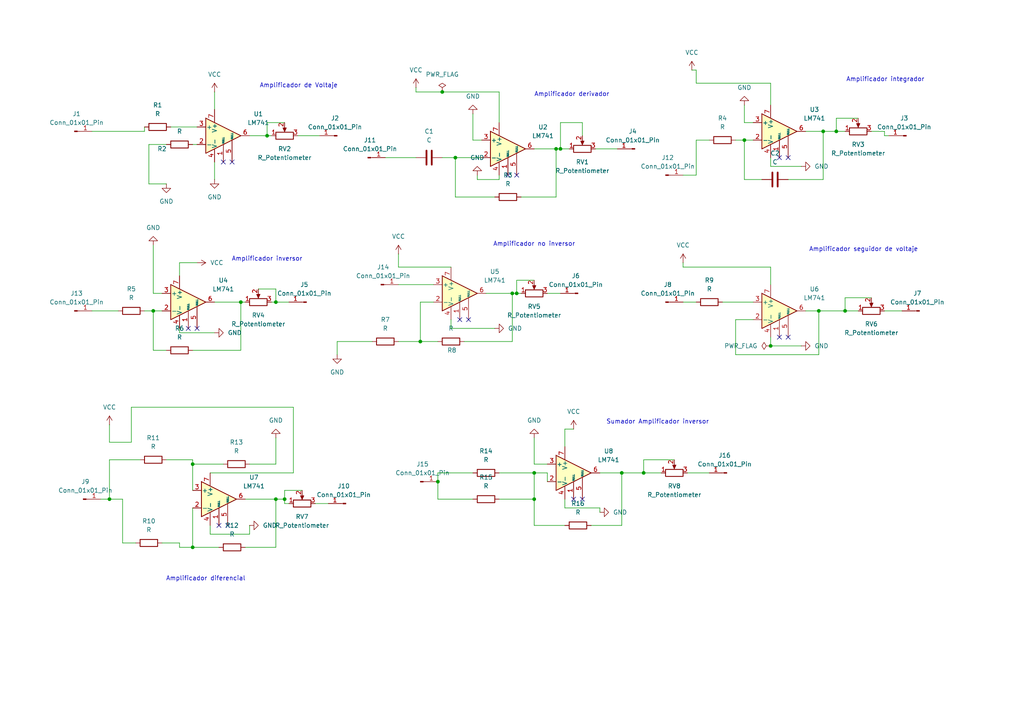
<source format=kicad_sch>
(kicad_sch (version 20231120) (generator "eeschema") (generator_version "8.0")
  (paper "A4")
  (lib_symbols
    (symbol "Amplifier_Operational:LM741" (pin_names (offset 0.127))
      (property "Reference" "U" (at 0 6.35 0))
      (property "Value" "LM741" (at 0 3.81 0))
      (symbol "LM741_0_1"
        (polyline (pts (xy -5.08 5.08) (xy 5.08 0) (xy -5.08 -5.08) (xy -5.08 5.08)) (stroke (width 0.254)) (fill (type background)))
      )
      (symbol "LM741_1_1"
        (pin input line (at 0 -7.62 90) (length 5.08) (name "NULL") (number "1"))
        (pin input line (at -7.62 -2.54 0) (length 2.54) (name "-") (number "2"))
        (pin input line (at -7.62 2.54 0) (length 2.54) (name "+") (number "3"))
        (pin power_in line (at -2.54 -7.62 90) (length 3.81) (name "V-") (number "4"))
        (pin input line (at 2.54 -7.62 90) (length 6.35) (name "NULL") (number "5"))
        (pin output line (at 7.62 0 180) (length 2.54) (name "~") (number "6"))
        (pin power_in line (at -2.54 7.62 270) (length 3.81) (name "V+") (number "7"))
        (pin no_connect line (at 0 2.54 270) (length 2.54) hide (name "NC") (number "8"))
      )
    )
    (symbol "Connector:Conn_01x01_Pin" (pin_names (offset 1.016) hide)
      (property "Reference" "J" (at 0 2.54 0))
      (property "Value" "Conn_01x01_Pin" (at 0 -2.54 0))
      (symbol "Conn_01x01_Pin_1_1"
        (polyline (pts (xy 1.27 0) (xy 0.8636 0)) (stroke (width 0.1524)))
        (rectangle (start 0.8636 0.127) (end 0 -0.127) (stroke (width 0.1524)) (fill (type outline)))
        (pin passive line (at 5.08 0 180) (length 3.81) (name "Pin_1") (number "1"))
      )
    )
    (symbol "Device:C" (pin_numbers hide) (pin_names (offset 0.254))
      (property "Reference" "C" (at 0.635 2.54 0))
      (property "Value" "C" (at 0.635 -2.54 0))
      (symbol "C_0_1"
        (polyline (pts (xy -2.032 -0.762) (xy 2.032 -0.762)) (stroke (width 0.508)))
        (polyline (pts (xy -2.032 0.762) (xy 2.032 0.762)) (stroke (width 0.508)))
      )
      (symbol "C_1_1"
        (pin passive line (at 0 3.81 270) (length 2.794) (name "~") (number "1"))
        (pin passive line (at 0 -3.81 90) (length 2.794) (name "~") (number "2"))
      )
    )
    (symbol "Device:R" (pin_numbers hide) (pin_names (offset 0))
      (property "Reference" "R" (at 2.032 0 90))
      (property "Value" "R" (at 0 0 90))
      (symbol "R_0_1"
        (rectangle (start -1.016 -2.54) (end 1.016 2.54) (stroke (width 0.254)))
      )
      (symbol "R_1_1"
        (pin passive line (at 0 3.81 270) (length 1.27) (name "~") (number "1"))
        (pin passive line (at 0 -3.81 90) (length 1.27) (name "~") (number "2"))
      )
    )
    (symbol "Device:R_Potentiometer" (pin_names (offset 1.016) hide)
      (property "Reference" "RV" (at -4.445 0 90))
      (property "Value" "R_Potentiometer" (at -2.54 0 90))
      (symbol "R_Potentiometer_0_1"
        (polyline (pts (xy 2.54 0) (xy 1.524 0)))
        (polyline (pts (xy 1.143 0) (xy 2.286 0.508) (xy 2.286 -0.508) (xy 1.143 0)) (fill (type outline)))
        (rectangle (start 1.016 2.54) (end -1.016 -2.54) (stroke (width 0.254)))
      )
      (symbol "R_Potentiometer_1_1"
        (pin passive line (at 0 3.81 270) (length 1.27) (name "1") (number "1"))
        (pin passive line (at 3.81 0 180) (length 1.27) (name "2") (number "2"))
        (pin passive line (at 0 -3.81 90) (length 1.27) (name "3") (number "3"))
      )
    )
    (symbol "power:GND" (power) (pin_numbers hide) (pin_names (offset 0) hide)
      (property "Value" "GND" (at 0 -3.81 0))
      (symbol "GND_0_1"
        (polyline (pts (xy 0 0) (xy 0 -1.27) (xy 1.27 -1.27) (xy 0 -2.54) (xy -1.27 -1.27) (xy 0 -1.27)))
      )
      (symbol "GND_1_1"
        (pin power_in line (at 0 0 270) (length 0) (name "~") (number "1"))
      )
    )
    (symbol "power:PWR_FLAG" (power) (pin_numbers hide) (pin_names (offset 0) hide)
      (property "Value" "PWR_FLAG" (at 0 3.81 0))
      (symbol "PWR_FLAG_0_0"
        (pin power_out line (at 0 0 90) (length 0) (name "~") (number "1"))
      )
      (symbol "PWR_FLAG_0_1"
        (polyline (pts (xy 0 0) (xy 0 1.27) (xy -1.016 1.905) (xy 0 2.54) (xy 1.016 1.905) (xy 0 1.27)))
      )
    )
    (symbol "power:VCC" (power) (pin_numbers hide) (pin_names (offset 0) hide)
      (property "Value" "VCC" (at 0 3.556 0))
      (symbol "VCC_0_1"
        (polyline (pts (xy -0.762 1.27) (xy 0 2.54)))
        (polyline (pts (xy 0 0) (xy 0 2.54)))
        (polyline (pts (xy 0 2.54) (xy 0.762 1.27)))
      )
      (symbol "VCC_1_1"
        (pin power_in line (at 0 0 90) (length 0) (name "~") (number "1"))
      )
    )
  )
  (junction (at 215.9 40.64))
  (junction (at 154.94 137.16))
  (junction (at 242.57 38.1))
  (junction (at 55.88 134.62))
  (junction (at 77.47 39.37))
  (junction (at 245.11 90.17))
  (junction (at 121.92 99.06))
  (junction (at 186.69 137.16))
  (junction (at 238.76 38.1))
  (junction (at 149.86 85.09))
  (junction (at 82.55 144.78))
  (junction (at 162.56 43.18))
  (junction (at 31.75 144.78))
  (junction (at 44.45 90.17))
  (junction (at 154.94 144.78))
  (junction (at 180.34 137.16))
  (junction (at 80.01 144.78))
  (junction (at 128.27 26.67))
  (junction (at 132.08 45.72))
  (junction (at 80.01 87.63))
  (junction (at 127 139.7))
  (junction (at 237.49 90.17))
  (junction (at 161.29 43.18))
  (junction (at 55.88 158.75))
  (junction (at 148.59 85.09))
  (junction (at 223.52 100.33))
  (junction (at 69.85 87.63))
  (no_connect (at 228.6 45.72))
  (no_connect (at 226.06 97.79))
  (no_connect (at 168.91 144.78))
  (no_connect (at 226.06 45.72))
  (no_connect (at 147.32 50.8))
  (no_connect (at 67.31 46.99))
  (no_connect (at 64.77 46.99))
  (no_connect (at 166.37 144.78))
  (no_connect (at 133.35 92.71))
  (no_connect (at 66.04 152.4))
  (no_connect (at 63.5 152.4))
  (no_connect (at 228.6 97.79))
  (no_connect (at 54.61 95.25))
  (no_connect (at 135.89 92.71))
  (no_connect (at 149.86 50.8))
  (no_connect (at 57.15 95.25))
  (wire (pts (xy 26.67 90.17) (xy 34.29 90.17)))
  (wire (pts (xy 52.07 76.2) (xy 57.15 76.2)))
  (wire (pts (xy 213.36 92.71) (xy 213.36 102.87)))
  (wire (pts (xy 144.78 144.78) (xy 154.94 144.78)))
  (wire (pts (xy 80.01 87.63) (xy 83.82 87.63)))
  (wire (pts (xy 162.56 43.18) (xy 165.1 43.18)))
  (wire (pts (xy 154.94 137.16) (xy 154.94 144.78)))
  (wire (pts (xy 72.39 134.62) (xy 80.01 134.62)))
  (wire (pts (xy 171.45 152.4) (xy 180.34 152.4)))
  (wire (pts (xy 97.79 99.06) (xy 107.95 99.06)))
  (wire (pts (xy 158.75 137.16) (xy 158.75 139.7)))
  (wire (pts (xy 55.88 133.35) (xy 48.26 133.35)))
  (wire (pts (xy 128.27 45.72) (xy 132.08 45.72)))
  (wire (pts (xy 82.55 142.24) (xy 82.55 144.78)))
  (wire (pts (xy 180.34 152.4) (xy 180.34 137.16)))
  (wire (pts (xy 238.76 38.1) (xy 233.68 38.1)))
  (wire (pts (xy 223.52 24.13) (xy 201.93 24.13)))
  (wire (pts (xy 223.52 45.72) (xy 223.52 48.26)))
  (wire (pts (xy 80.01 134.62) (xy 80.01 127)))
  (wire (pts (xy 223.52 97.79) (xy 223.52 100.33)))
  (wire (pts (xy 125.73 82.55) (xy 115.57 82.55)))
  (wire (pts (xy 162.56 35.56) (xy 162.56 43.18)))
  (wire (pts (xy 220.98 52.07) (xy 215.9 52.07)))
  (wire (pts (xy 149.86 81.28) (xy 149.86 85.09)))
  (wire (pts (xy 173.99 147.32) (xy 173.99 148.59)))
  (wire (pts (xy 213.36 102.87) (xy 237.49 102.87)))
  (wire (pts (xy 41.91 90.17) (xy 44.45 90.17)))
  (wire (pts (xy 223.52 100.33) (xy 232.41 100.33)))
  (wire (pts (xy 158.75 134.62) (xy 154.94 134.62)))
  (wire (pts (xy 242.57 38.1) (xy 245.11 38.1)))
  (wire (pts (xy 120.65 26.67) (xy 120.65 25.4)))
  (wire (pts (xy 85.09 118.11) (xy 38.1 118.11)))
  (wire (pts (xy 144.78 50.8) (xy 144.78 52.07)))
  (wire (pts (xy 72.39 39.37) (xy 77.47 39.37)))
  (wire (pts (xy 140.97 85.09) (xy 148.59 85.09)))
  (wire (pts (xy 60.96 152.4) (xy 60.96 154.94)))
  (wire (pts (xy 218.44 92.71) (xy 213.36 92.71)))
  (wire (pts (xy 82.55 144.78) (xy 80.01 144.78)))
  (wire (pts (xy 201.93 20.32) (xy 200.66 20.32)))
  (wire (pts (xy 139.7 40.64) (xy 137.16 40.64)))
  (wire (pts (xy 238.76 38.1) (xy 242.57 38.1)))
  (wire (pts (xy 60.96 137.16) (xy 85.09 137.16)))
  (wire (pts (xy 71.12 158.75) (xy 80.01 158.75)))
  (wire (pts (xy 132.08 45.72) (xy 139.7 45.72)))
  (wire (pts (xy 163.83 152.4) (xy 154.94 152.4)))
  (wire (pts (xy 55.88 134.62) (xy 55.88 142.24)))
  (wire (pts (xy 148.59 85.09) (xy 148.59 99.06)))
  (wire (pts (xy 31.75 123.19) (xy 31.75 128.27)))
  (wire (pts (xy 144.78 35.56) (xy 144.78 26.67)))
  (wire (pts (xy 52.07 96.52) (xy 52.07 95.25)))
  (wire (pts (xy 62.23 26.67) (xy 62.23 31.75)))
  (wire (pts (xy 237.49 90.17) (xy 245.11 90.17)))
  (wire (pts (xy 132.08 57.15) (xy 132.08 45.72)))
  (wire (pts (xy 154.94 43.18) (xy 161.29 43.18)))
  (wire (pts (xy 43.18 41.91) (xy 48.26 41.91)))
  (wire (pts (xy 161.29 43.18) (xy 162.56 43.18)))
  (wire (pts (xy 62.23 46.99) (xy 62.23 52.07)))
  (wire (pts (xy 154.94 81.28) (xy 149.86 81.28)))
  (wire (pts (xy 138.43 50.8) (xy 138.43 52.07)))
  (wire (pts (xy 186.69 137.16) (xy 191.77 137.16)))
  (wire (pts (xy 256.54 90.17) (xy 261.62 90.17)))
  (wire (pts (xy 55.88 101.6) (xy 69.85 101.6)))
  (wire (pts (xy 115.57 99.06) (xy 121.92 99.06)))
  (wire (pts (xy 198.12 50.8) (xy 201.93 50.8)))
  (wire (pts (xy 256.54 38.1) (xy 252.73 38.1)))
  (wire (pts (xy 127 137.16) (xy 127 139.7)))
  (wire (pts (xy 80.01 83.82) (xy 80.01 87.63)))
  (wire (pts (xy 74.93 83.82) (xy 80.01 83.82)))
  (wire (pts (xy 48.26 101.6) (xy 44.45 101.6)))
  (wire (pts (xy 69.85 87.63) (xy 62.23 87.63)))
  (wire (pts (xy 63.5 158.75) (xy 55.88 158.75)))
  (wire (pts (xy 49.53 36.83) (xy 57.15 36.83)))
  (wire (pts (xy 91.44 146.05) (xy 95.25 146.05)))
  (wire (pts (xy 137.16 40.64) (xy 137.16 33.02)))
  (wire (pts (xy 149.86 85.09) (xy 151.13 85.09)))
  (wire (pts (xy 44.45 101.6) (xy 44.45 90.17)))
  (wire (pts (xy 223.52 30.48) (xy 223.52 24.13)))
  (wire (pts (xy 199.39 137.16) (xy 205.74 137.16)))
  (wire (pts (xy 80.01 144.78) (xy 80.01 158.75)))
  (wire (pts (xy 256.54 39.37) (xy 256.54 38.1)))
  (wire (pts (xy 245.11 86.36) (xy 245.11 90.17)))
  (wire (pts (xy 163.83 144.78) (xy 163.83 147.32)))
  (wire (pts (xy 43.18 41.91) (xy 43.18 53.34)))
  (wire (pts (xy 233.68 90.17) (xy 237.49 90.17)))
  (wire (pts (xy 163.83 129.54) (xy 163.83 124.46)))
  (wire (pts (xy 64.77 134.62) (xy 55.88 134.62)))
  (wire (pts (xy 26.67 38.1) (xy 41.91 38.1)))
  (wire (pts (xy 111.76 45.72) (xy 120.65 45.72)))
  (wire (pts (xy 215.9 40.64) (xy 218.44 40.64)))
  (wire (pts (xy 161.29 57.15) (xy 161.29 43.18)))
  (wire (pts (xy 97.79 102.87) (xy 97.79 99.06)))
  (wire (pts (xy 237.49 90.17) (xy 237.49 102.87)))
  (wire (pts (xy 62.23 96.52) (xy 52.07 96.52)))
  (wire (pts (xy 55.88 133.35) (xy 55.88 134.62)))
  (wire (pts (xy 134.62 99.06) (xy 148.59 99.06)))
  (wire (pts (xy 223.52 77.47) (xy 198.12 77.47)))
  (wire (pts (xy 77.47 39.37) (xy 78.74 39.37)))
  (wire (pts (xy 85.09 137.16) (xy 85.09 118.11)))
  (wire (pts (xy 130.81 77.47) (xy 115.57 77.47)))
  (wire (pts (xy 201.93 24.13) (xy 201.93 20.32)))
  (wire (pts (xy 168.91 39.37) (xy 168.91 35.56)))
  (wire (pts (xy 38.1 118.11) (xy 38.1 128.27)))
  (wire (pts (xy 144.78 137.16) (xy 154.94 137.16)))
  (wire (pts (xy 69.85 87.63) (xy 71.12 87.63)))
  (wire (pts (xy 198.12 77.47) (xy 198.12 76.2)))
  (wire (pts (xy 52.07 80.01) (xy 52.07 76.2)))
  (wire (pts (xy 86.36 39.37) (xy 92.71 39.37)))
  (wire (pts (xy 128.27 26.67) (xy 144.78 26.67)))
  (wire (pts (xy 121.92 99.06) (xy 127 99.06)))
  (wire (pts (xy 69.85 101.6) (xy 69.85 87.63)))
  (wire (pts (xy 215.9 35.56) (xy 215.9 30.48)))
  (wire (pts (xy 137.16 144.78) (xy 127 144.78)))
  (wire (pts (xy 46.99 85.09) (xy 44.45 85.09)))
  (wire (pts (xy 44.45 71.12) (xy 44.45 85.09)))
  (wire (pts (xy 52.07 158.75) (xy 52.07 157.48)))
  (wire (pts (xy 40.64 133.35) (xy 31.75 133.35)))
  (wire (pts (xy 245.11 90.17) (xy 248.92 90.17)))
  (wire (pts (xy 130.81 95.25) (xy 143.51 95.25)))
  (wire (pts (xy 55.88 158.75) (xy 52.07 158.75)))
  (wire (pts (xy 168.91 35.56) (xy 162.56 35.56)))
  (wire (pts (xy 38.1 128.27) (xy 31.75 128.27)))
  (wire (pts (xy 55.88 41.91) (xy 57.15 41.91)))
  (wire (pts (xy 223.52 82.55) (xy 223.52 77.47)))
  (wire (pts (xy 31.75 144.78) (xy 29.21 144.78)))
  (wire (pts (xy 60.96 154.94) (xy 72.39 154.94)))
  (wire (pts (xy 120.65 26.67) (xy 128.27 26.67)))
  (wire (pts (xy 163.83 147.32) (xy 173.99 147.32)))
  (wire (pts (xy 248.92 34.29) (xy 242.57 34.29)))
  (wire (pts (xy 82.55 146.05) (xy 82.55 144.78)))
  (wire (pts (xy 55.88 147.32) (xy 55.88 158.75)))
  (wire (pts (xy 252.73 86.36) (xy 245.11 86.36)))
  (wire (pts (xy 130.81 92.71) (xy 130.81 95.25)))
  (wire (pts (xy 78.74 87.63) (xy 80.01 87.63)))
  (wire (pts (xy 195.58 133.35) (xy 186.69 133.35)))
  (wire (pts (xy 154.94 152.4) (xy 154.94 144.78)))
  (wire (pts (xy 209.55 87.63) (xy 218.44 87.63)))
  (wire (pts (xy 144.78 52.07) (xy 138.43 52.07)))
  (wire (pts (xy 125.73 87.63) (xy 121.92 87.63)))
  (wire (pts (xy 77.47 35.56) (xy 77.47 39.37)))
  (wire (pts (xy 242.57 34.29) (xy 242.57 38.1)))
  (wire (pts (xy 213.36 40.64) (xy 215.9 40.64)))
  (wire (pts (xy 35.56 157.48) (xy 35.56 144.78)))
  (wire (pts (xy 41.91 38.1) (xy 41.91 36.83)))
  (wire (pts (xy 154.94 134.62) (xy 154.94 127)))
  (wire (pts (xy 186.69 133.35) (xy 186.69 137.16)))
  (wire (pts (xy 154.94 137.16) (xy 158.75 137.16)))
  (wire (pts (xy 31.75 133.35) (xy 31.75 144.78)))
  (wire (pts (xy 35.56 157.48) (xy 39.37 157.48)))
  (wire (pts (xy 238.76 52.07) (xy 238.76 38.1)))
  (wire (pts (xy 257.81 39.37) (xy 256.54 39.37)))
  (wire (pts (xy 228.6 52.07) (xy 238.76 52.07)))
  (wire (pts (xy 80.01 144.78) (xy 71.12 144.78)))
  (wire (pts (xy 82.55 35.56) (xy 77.47 35.56)))
  (wire (pts (xy 158.75 85.09) (xy 162.56 85.09)))
  (wire (pts (xy 35.56 144.78) (xy 31.75 144.78)))
  (wire (pts (xy 172.72 43.18) (xy 179.07 43.18)))
  (wire (pts (xy 180.34 137.16) (xy 186.69 137.16)))
  (wire (pts (xy 115.57 73.66) (xy 115.57 77.47)))
  (wire (pts (xy 137.16 137.16) (xy 127 137.16)))
  (wire (pts (xy 151.13 57.15) (xy 161.29 57.15)))
  (wire (pts (xy 218.44 35.56) (xy 215.9 35.56)))
  (wire (pts (xy 201.93 40.64) (xy 201.93 50.8)))
  (wire (pts (xy 148.59 85.09) (xy 149.86 85.09)))
  (wire (pts (xy 143.51 57.15) (xy 132.08 57.15)))
  (wire (pts (xy 87.63 142.24) (xy 82.55 142.24)))
  (wire (pts (xy 223.52 48.26) (xy 232.41 48.26)))
  (wire (pts (xy 121.92 87.63) (xy 121.92 99.06)))
  (wire (pts (xy 201.93 87.63) (xy 198.12 87.63)))
  (wire (pts (xy 163.83 124.46) (xy 166.37 124.46)))
  (wire (pts (xy 173.99 137.16) (xy 180.34 137.16)))
  (wire (pts (xy 83.82 146.05) (xy 82.55 146.05)))
  (wire (pts (xy 72.39 154.94) (xy 72.39 152.4)))
  (wire (pts (xy 127 144.78) (xy 127 139.7)))
  (wire (pts (xy 52.07 157.48) (xy 46.99 157.48)))
  (wire (pts (xy 201.93 40.64) (xy 205.74 40.64)))
  (wire (pts (xy 215.9 52.07) (xy 215.9 40.64)))
  (wire (pts (xy 44.45 90.17) (xy 46.99 90.17)))
  (wire (pts (xy 48.26 53.34) (xy 43.18 53.34)))
  (text "Amplificador derivador" (at 165.862 27.432 0) (effects (font (size 1.27 1.27))))
  (text "Amplificador diferencial\n" (at 59.69 167.894 0) (effects (font (size 1.27 1.27))))
  (text "Amplificador integrador\n" (at 256.794 23.114 0) (effects (font (size 1.27 1.27))))
  (text "Amplificador seguidor de voltaje \n" (at 250.952 72.39 0) (effects (font (size 1.27 1.27))))
  (text "Amplificador de Voltaje " (at 87.122 24.892 0) (effects (font (size 1.27 1.27))))
  (text "Amplificador inversor" (at 77.47 75.184 0) (effects (font (size 1.27 1.27))))
  (text "Amplificador no inversor\n" (at 154.94 70.866 0) (effects (font (size 1.27 1.27))))
  (text "Sumador Amplificador inversor" (at 190.754 122.428 0) (effects (font (size 1.27 1.27))))
  (symbol (lib_id "Connector:Conn_01x01_Pin") (at 100.33 146.05 180) (unit 1)
    (property "Reference" "J10" (at 99.695 140.97 0))
    (property "Value" "Conn_01x01_Pin" (at 99.695 143.51 0))
    (property "Footprint" "Connector_PinSocket_2.54mm:PinSocket_1x01_P2.54mm_Vertical" (effects (hide yes)))
    (property "Description" "Generic connector, single row, 01x01, script generated" (effects (hide yes)))
  )
  (symbol (lib_id "Device:R_Potentiometer") (at 74.93 87.63 90) (unit 1)
    (property "Reference" "RV4" (at 74.93 91.44 90))
    (property "Value" "R_Potentiometer" (at 74.93 93.98 90))
    (property "Footprint" "Potentiometer_THT:Potentiometer_Bourns_3266Z_Horizontal" (effects (hide yes)))
    (property "Description" "Potentiometer" (effects (hide yes)))
  )
  (symbol (lib_id "Amplifier_Operational:LM741") (at 63.5 144.78 0) (unit 1)
    (property "Reference" "U7" (at 73.66 138.4614 0))
    (property "Value" "LM741" (at 73.66 141.0014 0))
    (property "Footprint" "Package_DIP:DIP-6_W7.62mm_LongPads" (effects (hide yes)))
    (property "Datasheet" "http://www.ti.com/lit/ds/symlink/lm741.pdf" (effects (hide yes)))
    (property "Description" "Operational Amplifier, DIP-8/TO-99-8" (effects (hide yes)))
  )
  (symbol (lib_id "Connector:Conn_01x01_Pin") (at 266.7 90.17 180) (unit 1)
    (property "Reference" "J7" (at 266.065 85.09 0))
    (property "Value" "Conn_01x01_Pin" (at 266.065 87.63 0))
    (property "Footprint" "Connector_PinSocket_2.54mm:PinSocket_1x01_P2.54mm_Vertical" (effects (hide yes)))
    (property "Description" "Generic connector, single row, 01x01, script generated" (effects (hide yes)))
  )
  (symbol (lib_id "Device:R") (at 67.31 158.75 90) (unit 1)
    (property "Reference" "R12" (at 67.31 152.4 90))
    (property "Value" "R" (at 67.31 154.94 90))
    (property "Footprint" "Resistor_THT:R_Axial_DIN0207_L6.3mm_D2.5mm_P10.16mm_Horizontal" (effects (hide yes)))
    (property "Description" "Resistor" (effects (hide yes)))
  )
  (symbol (lib_id "Device:R") (at 140.97 144.78 90) (unit 1)
    (property "Reference" "R15" (at 140.97 138.43 90))
    (property "Value" "R" (at 140.97 140.97 90))
    (property "Footprint" "Resistor_THT:R_Axial_DIN0207_L6.3mm_D2.5mm_P10.16mm_Horizontal" (effects (hide yes)))
    (property "Description" "Resistor" (effects (hide yes)))
  )
  (symbol (lib_id "Connector:Conn_01x01_Pin") (at 121.92 139.7 0) (unit 1)
    (property "Reference" "J15" (at 122.555 134.62 0))
    (property "Value" "Conn_01x01_Pin" (at 122.555 137.16 0))
    (property "Footprint" "Connector_PinSocket_2.54mm:PinSocket_1x01_P2.54mm_Vertical" (effects (hide yes)))
    (property "Description" "Generic connector, single row, 01x01, script generated" (effects (hide yes)))
  )
  (symbol (lib_id "power:GND") (at 232.41 100.33 90) (unit 1)
    (property "Reference" "#PWR020" (effects (hide yes)))
    (property "Value" "GND" (at 236.22 100.3299 90) (effects (justify right)))
    (property "Description" "Power symbol creates a global label with name \"GND\" , ground" (effects (hide yes)))
  )
  (symbol (lib_id "power:GND") (at 173.99 148.59 90) (unit 1)
    (property "Reference" "#PWR023" (effects (hide yes)))
    (property "Value" "GND" (at 177.8 148.5899 90) (effects (justify right)))
    (property "Description" "Power symbol creates a global label with name \"GND\" , ground" (effects (hide yes)))
  )
  (symbol (lib_id "power:VCC") (at 198.12 76.2 0) (unit 1)
    (property "Reference" "#PWR019" (effects (hide yes)))
    (property "Value" "VCC" (at 198.12 71.12 0))
    (property "Description" "Power symbol creates a global label with name \"VCC\"" (effects (hide yes)))
  )
  (symbol (lib_id "power:GND") (at 97.79 102.87 0) (unit 1)
    (property "Reference" "#PWR016" (effects (hide yes)))
    (property "Value" "GND" (at 97.79 107.95 0))
    (property "Description" "Power symbol creates a global label with name \"GND\" , ground" (effects (hide yes)))
  )
  (symbol (lib_id "Amplifier_Operational:LM741") (at 166.37 137.16 0) (unit 1)
    (property "Reference" "U8" (at 176.53 130.8414 0))
    (property "Value" "LM741" (at 176.53 133.3814 0))
    (property "Footprint" "Package_DIP:DIP-6_W7.62mm_LongPads" (effects (hide yes)))
    (property "Datasheet" "http://www.ti.com/lit/ds/symlink/lm741.pdf" (effects (hide yes)))
    (property "Description" "Operational Amplifier, DIP-8/TO-99-8" (effects (hide yes)))
  )
  (symbol (lib_id "Device:R") (at 167.64 152.4 90) (unit 1)
    (property "Reference" "R16" (at 167.64 146.05 90))
    (property "Value" "R" (at 167.64 148.59 90))
    (property "Footprint" "Resistor_THT:R_Axial_DIN0207_L6.3mm_D2.5mm_P10.16mm_Horizontal" (effects (hide yes)))
    (property "Description" "Resistor" (effects (hide yes)))
  )
  (symbol (lib_id "power:GND") (at 62.23 96.52 90) (unit 1)
    (property "Reference" "#PWR015" (effects (hide yes)))
    (property "Value" "GND" (at 66.04 96.5199 90) (effects (justify right)))
    (property "Description" "Power symbol creates a global label with name \"GND\" , ground" (effects (hide yes)))
  )
  (symbol (lib_id "Connector:Conn_01x01_Pin") (at 184.15 43.18 180) (unit 1)
    (property "Reference" "J4" (at 183.515 38.1 0))
    (property "Value" "Conn_01x01_Pin" (at 183.515 40.64 0))
    (property "Footprint" "Connector_PinSocket_2.54mm:PinSocket_1x01_P2.54mm_Vertical" (effects (hide yes)))
    (property "Description" "Generic connector, single row, 01x01, script generated" (effects (hide yes)))
  )
  (symbol (lib_id "Device:R") (at 44.45 133.35 90) (unit 1)
    (property "Reference" "R11" (at 44.45 127 90))
    (property "Value" "R" (at 44.45 129.54 90))
    (property "Footprint" "Resistor_THT:R_Axial_DIN0207_L6.3mm_D2.5mm_P10.16mm_Horizontal" (effects (hide yes)))
    (property "Description" "Resistor" (effects (hide yes)))
  )
  (symbol (lib_id "Amplifier_Operational:LM741") (at 133.35 85.09 0) (unit 1)
    (property "Reference" "U5" (at 143.51 78.7714 0))
    (property "Value" "LM741" (at 143.51 81.3114 0))
    (property "Footprint" "Package_DIP:DIP-6_W7.62mm_LongPads" (effects (hide yes)))
    (property "Datasheet" "http://www.ti.com/lit/ds/symlink/lm741.pdf" (effects (hide yes)))
    (property "Description" "Operational Amplifier, DIP-8/TO-99-8" (effects (hide yes)))
  )
  (symbol (lib_id "power:GND") (at 72.39 152.4 90) (unit 1)
    (property "Reference" "#PWR012" (effects (hide yes)))
    (property "Value" "GND" (at 76.2 152.3999 90) (effects (justify right)))
    (property "Description" "Power symbol creates a global label with name \"GND\" , ground" (effects (hide yes)))
  )
  (symbol (lib_id "Device:R") (at 43.18 157.48 90) (unit 1)
    (property "Reference" "R10" (at 43.18 151.13 90))
    (property "Value" "R" (at 43.18 153.67 90))
    (property "Footprint" "Resistor_THT:R_Axial_DIN0207_L6.3mm_D2.5mm_P10.16mm_Horizontal" (effects (hide yes)))
    (property "Description" "Resistor" (effects (hide yes)))
  )
  (symbol (lib_id "Device:R") (at 45.72 36.83 90) (unit 1)
    (property "Reference" "R1" (at 45.72 30.48 90))
    (property "Value" "R" (at 45.72 33.02 90))
    (property "Footprint" "Resistor_THT:R_Axial_DIN0207_L6.3mm_D2.5mm_P10.16mm_Horizontal" (effects (hide yes)))
    (property "Description" "Resistor" (effects (hide yes)))
  )
  (symbol (lib_id "Connector:Conn_01x01_Pin") (at 193.04 50.8 0) (unit 1)
    (property "Reference" "J12" (at 193.675 45.72 0))
    (property "Value" "Conn_01x01_Pin" (at 193.675 48.26 0))
    (property "Footprint" "Connector_PinSocket_2.54mm:PinSocket_1x01_P2.54mm_Vertical" (effects (hide yes)))
    (property "Description" "Generic connector, single row, 01x01, script generated" (effects (hide yes)))
  )
  (symbol (lib_id "Device:R") (at 205.74 87.63 90) (unit 1)
    (property "Reference" "R9" (at 205.74 81.28 90))
    (property "Value" "R" (at 205.74 83.82 90))
    (property "Footprint" "Resistor_THT:R_Axial_DIN0207_L6.3mm_D2.5mm_P10.16mm_Horizontal" (effects (hide yes)))
    (property "Description" "Resistor" (effects (hide yes)))
  )
  (symbol (lib_id "Device:R") (at 140.97 137.16 90) (unit 1)
    (property "Reference" "R14" (at 140.97 130.81 90))
    (property "Value" "R" (at 140.97 133.35 90))
    (property "Footprint" "Resistor_THT:R_Axial_DIN0207_L6.3mm_D2.5mm_P10.16mm_Horizontal" (effects (hide yes)))
    (property "Description" "Resistor" (effects (hide yes)))
  )
  (symbol (lib_id "Device:R") (at 38.1 90.17 90) (unit 1)
    (property "Reference" "R5" (at 38.1 83.82 90))
    (property "Value" "R" (at 38.1 86.36 90))
    (property "Footprint" "Resistor_THT:R_Axial_DIN0207_L6.3mm_D2.5mm_P10.16mm_Horizontal" (effects (hide yes)))
    (property "Description" "Resistor" (effects (hide yes)))
  )
  (symbol (lib_id "Connector:Conn_01x01_Pin") (at 21.59 38.1 0) (unit 1)
    (property "Reference" "J1" (at 22.225 33.02 0))
    (property "Value" "Conn_01x01_Pin" (at 22.225 35.56 0))
    (property "Footprint" "Connector_PinSocket_2.54mm:PinSocket_1x01_P2.54mm_Vertical" (effects (hide yes)))
    (property "Description" "Generic connector, single row, 01x01, script generated" (effects (hide yes)))
  )
  (symbol (lib_id "power:GND") (at 44.45 71.12 180) (unit 1)
    (property "Reference" "#PWR013" (effects (hide yes)))
    (property "Value" "GND" (at 44.45 66.04 0))
    (property "Description" "Power symbol creates a global label with name \"GND\" , ground" (effects (hide yes)))
  )
  (symbol (lib_id "Device:R") (at 52.07 101.6 90) (unit 1)
    (property "Reference" "R6" (at 52.07 95.25 90))
    (property "Value" "R" (at 52.07 97.79 90))
    (property "Footprint" "Resistor_THT:R_Axial_DIN0207_L6.3mm_D2.5mm_P10.16mm_Horizontal" (effects (hide yes)))
    (property "Description" "Resistor" (effects (hide yes)))
  )
  (symbol (lib_id "Device:R") (at 130.81 99.06 90) (unit 1)
    (property "Reference" "R8" (at 131.064 101.6 90))
    (property "Value" "R" (at 130.81 95.25 90))
    (property "Footprint" "Resistor_THT:R_Axial_DIN0207_L6.3mm_D2.5mm_P10.16mm_Horizontal" (effects (hide yes)))
    (property "Description" "Resistor" (effects (hide yes)))
  )
  (symbol (lib_id "Device:R_Potentiometer") (at 248.92 38.1 90) (unit 1)
    (property "Reference" "RV3" (at 248.92 41.91 90))
    (property "Value" "R_Potentiometer" (at 248.92 44.45 90))
    (property "Footprint" "Potentiometer_THT:Potentiometer_Bourns_3266Z_Horizontal" (effects (hide yes)))
    (property "Description" "Potentiometer" (effects (hide yes)))
  )
  (symbol (lib_id "Device:C") (at 224.79 52.07 90) (unit 1)
    (property "Reference" "C2" (at 224.79 44.45 90))
    (property "Value" "C" (at 224.79 46.99 90))
    (property "Footprint" "Capacitor_THT:C_Disc_D5.1mm_W3.2mm_P5.00mm" (effects (hide yes)))
    (property "Description" "Unpolarized capacitor" (effects (hide yes)))
  )
  (symbol (lib_id "Device:R_Potentiometer") (at 195.58 137.16 90) (unit 1)
    (property "Reference" "RV8" (at 195.58 140.97 90))
    (property "Value" "R_Potentiometer" (at 195.58 143.51 90))
    (property "Footprint" "Potentiometer_THT:Potentiometer_Bourns_3266Z_Horizontal" (effects (hide yes)))
    (property "Description" "Potentiometer" (effects (hide yes)))
  )
  (symbol (lib_id "Connector:Conn_01x01_Pin") (at 97.79 39.37 180) (unit 1)
    (property "Reference" "J2" (at 97.155 34.29 0))
    (property "Value" "Conn_01x01_Pin" (at 97.155 36.83 0))
    (property "Footprint" "Connector_PinSocket_2.54mm:PinSocket_1x01_P2.54mm_Vertical" (effects (hide yes)))
    (property "Description" "Generic connector, single row, 01x01, script generated" (effects (hide yes)))
  )
  (symbol (lib_id "Device:R_Potentiometer") (at 154.94 85.09 90) (unit 1)
    (property "Reference" "RV5" (at 154.94 88.9 90))
    (property "Value" "R_Potentiometer" (at 154.94 91.44 90))
    (property "Footprint" "Potentiometer_THT:Potentiometer_Bourns_3266Z_Horizontal" (effects (hide yes)))
    (property "Description" "Potentiometer" (effects (hide yes)))
  )
  (symbol (lib_id "Amplifier_Operational:LM741") (at 54.61 87.63 0) (unit 1)
    (property "Reference" "U4" (at 64.77 81.3114 0))
    (property "Value" "LM741" (at 64.77 83.8514 0))
    (property "Footprint" "Package_DIP:DIP-6_W7.62mm_LongPads" (effects (hide yes)))
    (property "Datasheet" "http://www.ti.com/lit/ds/symlink/lm741.pdf" (effects (hide yes)))
    (property "Description" "Operational Amplifier, DIP-8/TO-99-8" (effects (hide yes)))
  )
  (symbol (lib_id "Device:R") (at 52.07 41.91 90) (unit 1)
    (property "Reference" "R2" (at 46.99 43.18 90))
    (property "Value" "R" (at 52.07 38.1 90))
    (property "Footprint" "Resistor_THT:R_Axial_DIN0207_L6.3mm_D2.5mm_P10.16mm_Horizontal" (effects (hide yes)))
    (property "Description" "Resistor" (effects (hide yes)))
  )
  (symbol (lib_id "Amplifier_Operational:LM741") (at 226.06 38.1 0) (unit 1)
    (property "Reference" "U3" (at 236.22 31.7814 0))
    (property "Value" "LM741" (at 236.22 34.3214 0))
    (property "Footprint" "Package_DIP:DIP-6_W7.62mm" (effects (hide yes)))
    (property "Datasheet" "http://www.ti.com/lit/ds/symlink/lm741.pdf" (effects (hide yes)))
    (property "Description" "Operational Amplifier, DIP-8/TO-99-8" (effects (hide yes)))
  )
  (symbol (lib_id "power:VCC") (at 31.75 123.19 0) (unit 1)
    (property "Reference" "#PWR06" (effects (hide yes)))
    (property "Value" "VCC" (at 31.75 118.11 0))
    (property "Description" "Power symbol creates a global label with name \"VCC\"" (effects (hide yes)))
  )
  (symbol (lib_id "power:GND") (at 62.23 52.07 0) (unit 1)
    (property "Reference" "#PWR04" (effects (hide yes)))
    (property "Value" "GND" (at 62.23 57.15 0))
    (property "Description" "Power symbol creates a global label with name \"GND\" , ground" (effects (hide yes)))
  )
  (symbol (lib_id "Device:R_Potentiometer") (at 87.63 146.05 90) (unit 1)
    (property "Reference" "RV7" (at 87.63 149.86 90))
    (property "Value" "R_Potentiometer" (at 87.63 152.4 90))
    (property "Footprint" "Potentiometer_THT:Potentiometer_Bourns_3266Z_Horizontal" (effects (hide yes)))
    (property "Description" "Potentiometer" (effects (hide yes)))
  )
  (symbol (lib_id "Device:R") (at 111.76 99.06 90) (unit 1)
    (property "Reference" "R7" (at 111.76 92.71 90))
    (property "Value" "R" (at 111.76 95.25 90))
    (property "Footprint" "Resistor_THT:R_Axial_DIN0207_L6.3mm_D2.5mm_P10.16mm_Horizontal" (effects (hide yes)))
    (property "Description" "Resistor" (effects (hide yes)))
  )
  (symbol (lib_id "power:GND") (at 232.41 48.26 90) (unit 1)
    (property "Reference" "#PWR011" (effects (hide yes)))
    (property "Value" "GND" (at 236.22 48.2599 90) (effects (justify right)))
    (property "Description" "Power symbol creates a global label with name \"GND\" , ground" (effects (hide yes)))
  )
  (symbol (lib_id "power:GND") (at 138.43 50.8 180) (unit 1)
    (property "Reference" "#PWR08" (effects (hide yes)))
    (property "Value" "GND" (at 138.43 45.72 0))
    (property "Description" "Power symbol creates a global label with name \"GND\" , ground" (effects (hide yes)))
  )
  (symbol (lib_id "power:GND") (at 80.01 127 180) (unit 1)
    (property "Reference" "#PWR021" (effects (hide yes)))
    (property "Value" "GND" (at 80.01 121.92 0))
    (property "Description" "Power symbol creates a global label with name \"GND\" , ground" (effects (hide yes)))
  )
  (symbol (lib_id "Connector:Conn_01x01_Pin") (at 167.64 85.09 180) (unit 1)
    (property "Reference" "J6" (at 167.005 80.01 0))
    (property "Value" "Conn_01x01_Pin" (at 167.005 82.55 0))
    (property "Footprint" "Connector_PinSocket_2.54mm:PinSocket_1x01_P2.54mm_Vertical" (effects (hide yes)))
    (property "Description" "Generic connector, single row, 01x01, script generated" (effects (hide yes)))
  )
  (symbol (lib_id "power:VCC") (at 200.66 20.32 0) (unit 1)
    (property "Reference" "#PWR05" (effects (hide yes)))
    (property "Value" "VCC" (at 200.66 15.24 0))
    (property "Description" "Power symbol creates a global label with name \"VCC\"" (effects (hide yes)))
  )
  (symbol (lib_id "Amplifier_Operational:LM741") (at 64.77 39.37 0) (unit 1)
    (property "Reference" "U1" (at 74.93 33.0514 0))
    (property "Value" "LM741" (at 74.93 35.5914 0))
    (property "Footprint" "Package_DIP:DIP-6_W10.16mm" (effects (hide yes)))
    (property "Datasheet" "http://www.ti.com/lit/ds/symlink/lm741.pdf" (effects (hide yes)))
    (property "Description" "Operational Amplifier, DIP-8/TO-99-8" (effects (hide yes)))
  )
  (symbol (lib_id "Connector:Conn_01x01_Pin") (at 21.59 90.17 0) (unit 1)
    (property "Reference" "J13" (at 22.225 85.09 0))
    (property "Value" "Conn_01x01_Pin" (at 22.225 87.63 0))
    (property "Footprint" "Connector_PinSocket_2.54mm:PinSocket_1x01_P2.54mm_Vertical" (effects (hide yes)))
    (property "Description" "Generic connector, single row, 01x01, script generated" (effects (hide yes)))
  )
  (symbol (lib_id "Connector:Conn_01x01_Pin") (at 262.89 39.37 180) (unit 1)
    (property "Reference" "J3" (at 262.255 34.29 0))
    (property "Value" "Conn_01x01_Pin" (at 262.255 36.83 0))
    (property "Footprint" "Connector_PinSocket_2.54mm:PinSocket_1x01_P2.54mm_Vertical" (effects (hide yes)))
    (property "Description" "Generic connector, single row, 01x01, script generated" (effects (hide yes)))
  )
  (symbol (lib_id "power:VCC") (at 57.15 76.2 270) (unit 1)
    (property "Reference" "#PWR014" (effects (hide yes)))
    (property "Value" "VCC" (at 60.96 76.1999 90) (effects (justify left)))
    (property "Description" "Power symbol creates a global label with name \"VCC\"" (effects (hide yes)))
  )
  (symbol (lib_id "power:VCC") (at 120.65 25.4 0) (unit 1)
    (property "Reference" "#PWR02" (effects (hide yes)))
    (property "Value" "VCC" (at 120.65 20.32 0))
    (property "Description" "Power symbol creates a global label with name \"VCC\"" (effects (hide yes)))
  )
  (symbol (lib_id "power:GND") (at 154.94 127 180) (unit 1)
    (property "Reference" "#PWR010" (effects (hide yes)))
    (property "Value" "GND" (at 154.94 121.92 0))
    (property "Description" "Power symbol creates a global label with name \"GND\" , ground" (effects (hide yes)))
  )
  (symbol (lib_id "Device:R_Potentiometer") (at 82.55 39.37 90) (unit 1)
    (property "Reference" "RV2" (at 82.55 43.18 90))
    (property "Value" "R_Potentiometer" (at 82.55 45.72 90))
    (property "Footprint" "Potentiometer_THT:Potentiometer_Bourns_3266Z_Horizontal" (effects (hide yes)))
    (property "Description" "Potentiometer" (effects (hide yes)))
  )
  (symbol (lib_id "Device:R") (at 209.55 40.64 90) (unit 1)
    (property "Reference" "R4" (at 209.55 34.29 90))
    (property "Value" "R" (at 209.55 36.83 90))
    (property "Footprint" "Resistor_THT:R_Axial_DIN0207_L6.3mm_D2.5mm_P10.16mm_Horizontal" (effects (hide yes)))
    (property "Description" "Resistor" (effects (hide yes)))
  )
  (symbol (lib_id "power:PWR_FLAG") (at 223.52 100.33 90) (unit 1)
    (property "Reference" "#FLG01" (effects (hide yes)))
    (property "Value" "PWR_FLAG" (at 219.71 100.3299 90) (effects (justify left)))
    (property "Description" "Special symbol for telling ERC where power comes from" (effects (hide yes)))
  )
  (symbol (lib_id "Connector:Conn_01x01_Pin") (at 193.04 87.63 0) (unit 1)
    (property "Reference" "J8" (at 193.675 82.55 0))
    (property "Value" "Conn_01x01_Pin" (at 193.675 85.09 0))
    (property "Footprint" "Connector_PinSocket_2.54mm:PinSocket_1x01_P2.54mm_Vertical" (effects (hide yes)))
    (property "Description" "Generic connector, single row, 01x01, script generated" (effects (hide yes)))
  )
  (symbol (lib_id "Amplifier_Operational:LM741") (at 226.06 90.17 0) (unit 1)
    (property "Reference" "U6" (at 236.22 83.8514 0))
    (property "Value" "LM741" (at 236.22 86.3914 0))
    (property "Footprint" "Package_DIP:DIP-6_W7.62mm_LongPads" (effects (hide yes)))
    (property "Datasheet" "http://www.ti.com/lit/ds/symlink/lm741.pdf" (effects (hide yes)))
    (property "Description" "Operational Amplifier, DIP-8/TO-99-8" (effects (hide yes)))
  )
  (symbol (lib_id "Device:R_Potentiometer") (at 252.73 90.17 90) (unit 1)
    (property "Reference" "RV6" (at 252.73 93.98 90))
    (property "Value" "R_Potentiometer" (at 252.73 96.52 90))
    (property "Footprint" "Potentiometer_THT:Potentiometer_Bourns_3266Z_Horizontal" (effects (hide yes)))
    (property "Description" "Potentiometer" (effects (hide yes)))
  )
  (symbol (lib_id "Device:R_Potentiometer") (at 168.91 43.18 90) (unit 1)
    (property "Reference" "RV1" (at 168.91 46.99 90))
    (property "Value" "R_Potentiometer" (at 168.91 49.53 90))
    (property "Footprint" "Potentiometer_THT:Potentiometer_Bourns_3266Z_Horizontal" (effects (hide yes)))
    (property "Description" "Potentiometer" (effects (hide yes)))
  )
  (symbol (lib_id "Connector:Conn_01x01_Pin") (at 106.68 45.72 0) (unit 1)
    (property "Reference" "J11" (at 107.315 40.64 0))
    (property "Value" "Conn_01x01_Pin" (at 107.315 43.18 0))
    (property "Footprint" "Connector_PinSocket_2.54mm:PinSocket_1x01_P2.54mm_Vertical" (effects (hide yes)))
    (property "Description" "Generic connector, single row, 01x01, script generated" (effects (hide yes)))
  )
  (symbol (lib_id "Connector:Conn_01x01_Pin") (at 110.49 82.55 0) (unit 1)
    (property "Reference" "J14" (at 111.125 77.47 0))
    (property "Value" "Conn_01x01_Pin" (at 111.125 80.01 0))
    (property "Footprint" "Connector_PinSocket_2.54mm:PinSocket_1x01_P2.54mm_Vertical" (effects (hide yes)))
    (property "Description" "Generic connector, single row, 01x01, script generated" (effects (hide yes)))
  )
  (symbol (lib_id "power:VCC") (at 166.37 124.46 0) (unit 1)
    (property "Reference" "#PWR022" (effects (hide yes)))
    (property "Value" "VCC" (at 166.37 119.38 0))
    (property "Description" "Power symbol creates a global label with name \"VCC\"" (effects (hide yes)))
  )
  (symbol (lib_id "Connector:Conn_01x01_Pin") (at 24.13 144.78 0) (unit 1)
    (property "Reference" "J9" (at 24.765 139.7 0))
    (property "Value" "Conn_01x01_Pin" (at 24.765 142.24 0))
    (property "Footprint" "Connector_PinSocket_2.54mm:PinSocket_1x01_P2.54mm_Vertical" (effects (hide yes)))
    (property "Description" "Generic connector, single row, 01x01, script generated" (effects (hide yes)))
  )
  (symbol (lib_id "power:VCC") (at 62.23 26.67 0) (unit 1)
    (property "Reference" "#PWR03" (effects (hide yes)))
    (property "Value" "VCC" (at 62.23 21.59 0))
    (property "Description" "Power symbol creates a global label with name \"VCC\"" (effects (hide yes)))
  )
  (symbol (lib_id "power:GND") (at 143.51 95.25 90) (unit 1)
    (property "Reference" "#PWR018" (effects (hide yes)))
    (property "Value" "GND" (at 147.32 95.2499 90) (effects (justify right)))
    (property "Description" "Power symbol creates a global label with name \"GND\" , ground" (effects (hide yes)))
  )
  (symbol (lib_id "power:VCC") (at 115.57 73.66 0) (unit 1)
    (property "Reference" "#PWR017" (effects (hide yes)))
    (property "Value" "VCC" (at 115.57 68.58 0))
    (property "Description" "Power symbol creates a global label with name \"VCC\"" (effects (hide yes)))
  )
  (symbol (lib_id "power:GND") (at 48.26 53.34 0) (unit 1)
    (property "Reference" "#PWR01" (effects (hide yes)))
    (property "Value" "GND" (at 48.26 58.42 0))
    (property "Description" "Power symbol creates a global label with name \"GND\" , ground" (effects (hide yes)))
  )
  (symbol (lib_id "power:PWR_FLAG") (at 128.27 26.67 0) (unit 1)
    (property "Reference" "#FLG02" (effects (hide yes)))
    (property "Value" "PWR_FLAG" (at 128.27 21.59 0))
    (property "Description" "Special symbol for telling ERC where power comes from" (effects (hide yes)))
  )
  (symbol (lib_id "Device:R") (at 68.58 134.62 90) (unit 1)
    (property "Reference" "R13" (at 68.58 128.27 90))
    (property "Value" "R" (at 68.58 130.81 90))
    (property "Footprint" "Resistor_THT:R_Axial_DIN0207_L6.3mm_D2.5mm_P10.16mm_Horizontal" (effects (hide yes)))
    (property "Description" "Resistor" (effects (hide yes)))
  )
  (symbol (lib_id "power:GND") (at 215.9 30.48 180) (unit 1)
    (property "Reference" "#PWR09" (effects (hide yes)))
    (property "Value" "GND" (at 215.9 25.4 0))
    (property "Description" "Power symbol creates a global label with name \"GND\" , ground" (effects (hide yes)))
  )
  (symbol (lib_id "Connector:Conn_01x01_Pin") (at 88.9 87.63 180) (unit 1)
    (property "Reference" "J5" (at 88.265 82.55 0))
    (property "Value" "Conn_01x01_Pin" (at 88.265 85.09 0))
    (property "Footprint" "Connector_PinSocket_2.54mm:PinSocket_1x01_P2.54mm_Vertical" (effects (hide yes)))
    (property "Description" "Generic connector, single row, 01x01, script generated" (effects (hide yes)))
  )
  (symbol (lib_id "Device:C") (at 124.46 45.72 90) (unit 1)
    (property "Reference" "C1" (at 124.46 38.1 90))
    (property "Value" "C" (at 124.46 40.64 90))
    (property "Footprint" "Capacitor_THT:C_Disc_D5.1mm_W3.2mm_P5.00mm" (effects (hide yes)))
    (property "Description" "Unpolarized capacitor" (effects (hide yes)))
  )
  (symbol (lib_id "Connector:Conn_01x01_Pin") (at 210.82 137.16 180) (unit 1)
    (property "Reference" "J16" (at 210.185 132.08 0))
    (property "Value" "Conn_01x01_Pin" (at 210.185 134.62 0))
    (property "Footprint" "Connector_PinSocket_2.54mm:PinSocket_1x01_P2.54mm_Vertical" (effects (hide yes)))
    (property "Description" "Generic connector, single row, 01x01, script generated" (effects (hide yes)))
  )
  (symbol (lib_id "Device:R") (at 147.32 57.15 90) (unit 1)
    (property "Reference" "R3" (at 147.32 50.8 90))
    (property "Value" "R" (at 147.32 53.34 90))
    (property "Footprint" "Resistor_THT:R_Axial_DIN0207_L6.3mm_D2.5mm_P10.16mm_Horizontal" (effects (hide yes)))
    (property "Description" "Resistor" (effects (hide yes)))
  )
  (symbol (lib_id "Amplifier_Operational:LM741") (at 147.32 43.18 0) (unit 1)
    (property "Reference" "U2" (at 157.48 36.8614 0))
    (property "Value" "LM741" (at 157.48 39.4014 0))
    (property "Footprint" "Package_DIP:DIP-6_W7.62mm" (effects (hide yes)))
    (property "Datasheet" "http://www.ti.com/lit/ds/symlink/lm741.pdf" (effects (hide yes)))
    (property "Description" "Operational Amplifier, DIP-8/TO-99-8" (effects (hide yes)))
  )
  (symbol (lib_id "power:GND") (at 137.16 33.02 180) (unit 1)
    (property "Reference" "#PWR07" (effects (hide yes)))
    (property "Value" "GND" (at 137.16 27.94 0))
    (property "Description" "Power symbol creates a global label with name \"GND\" , ground" (effects (hide yes)))
  )
)
</source>
